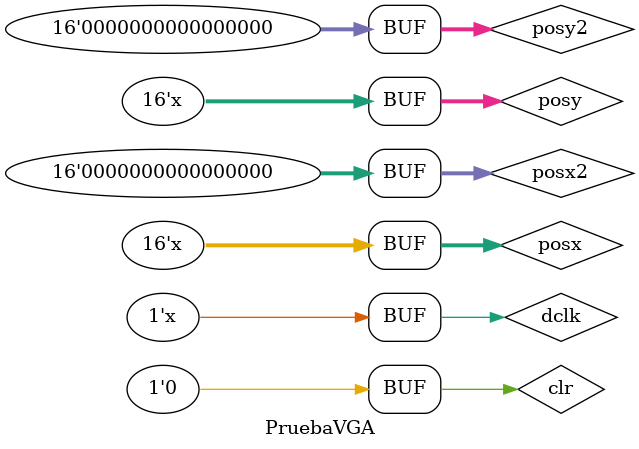
<source format=v>
`timescale 1ns / 1ps


module PruebaVGA;

	// Inputs
	reg dclk;
	reg clr;
	reg [15:0] posx;
	reg [15:0] posy;
	reg [15:0] posx2;
	reg [15:0] posy2;

	// Outputs
	wire hsync;
	wire vsync;
	wire [2:0] red;
	wire [2:0] green;
	wire [1:0] blue;
	wire [3:0] score1;
	wire [3:0] score2;

	// Instantiate the Unit Under Test (UUT)
	vga640x480 uut (
		.dclk(dclk), 
		.clr(clr), 
		.posx(posx), 
		.posy(posy), 
		.posx2(posx2), 
		.posy2(posy2), 
		.hsync(hsync), 
		.vsync(vsync), 
		.red(red), 
		.green(green), 
		.blue(blue), 
		.score1(score1), 
		.score2(score2)
	);

	initial begin
		// Initialize Inputs
		dclk = 0;
		clr = 1;
		posx = 0;
		posy = 0;
		posx2 = 0;
		posy2 = 0;

		// Wait 100 ns for global reset to finish
		#10;
        
		// Add stimulus here

	end
	
		always
		begin
		#10 dclk = ~dclk;
		clr = 0;
		end
		
		always
		begin
		#20 posx = posx + 1;
		end
		
		always
		begin
		#30 posy = posy + 1;
		end
		
		always
		begin
		#50 posx = posx + 2;
		end
		
		always
		begin
		#70 posy = posy + 2;
		end
      
		
endmodule


</source>
